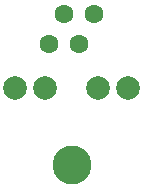
<source format=gbr>
%TF.GenerationSoftware,KiCad,Pcbnew,(5.1.6)-1*%
%TF.CreationDate,2020-10-13T17:40:21+02:00*%
%TF.ProjectId,LedAdapter,4c656441-6461-4707-9465-722e6b696361,rev?*%
%TF.SameCoordinates,Original*%
%TF.FileFunction,Soldermask,Bot*%
%TF.FilePolarity,Negative*%
%FSLAX46Y46*%
G04 Gerber Fmt 4.6, Leading zero omitted, Abs format (unit mm)*
G04 Created by KiCad (PCBNEW (5.1.6)-1) date 2020-10-13 17:40:21*
%MOMM*%
%LPD*%
G01*
G04 APERTURE LIST*
%ADD10C,1.600000*%
%ADD11C,3.300000*%
%ADD12C,2.000000*%
G04 APERTURE END LIST*
D10*
%TO.C,J1*%
X133095000Y-84770000D03*
X134365000Y-82230000D03*
X135635000Y-84770000D03*
X136905000Y-82230000D03*
%TD*%
D11*
%TO.C,VIS_M5_space*%
X135000000Y-95000000D03*
%TD*%
D12*
%TO.C,J2*%
X130230000Y-88500000D03*
X132770000Y-88500000D03*
%TD*%
%TO.C,J3*%
X137230000Y-88500000D03*
X139770000Y-88500000D03*
%TD*%
M02*

</source>
